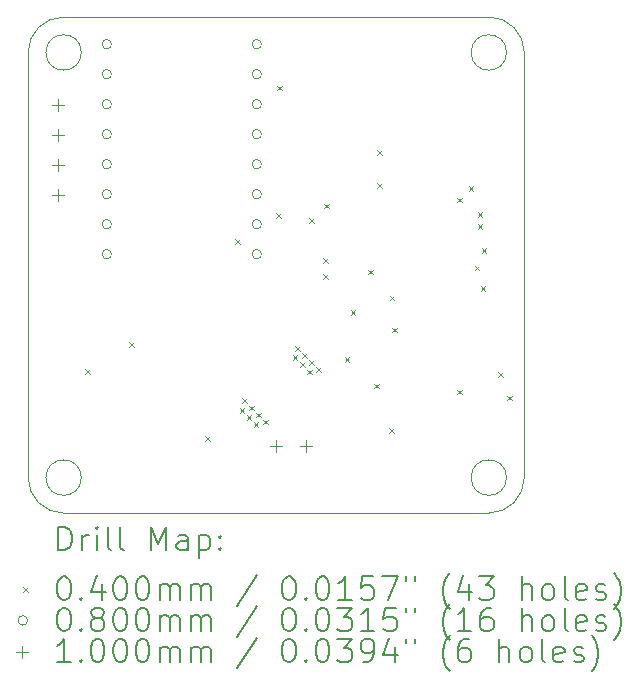
<source format=gbr>
%TF.GenerationSoftware,KiCad,Pcbnew,7.0.6*%
%TF.CreationDate,2023-09-28T21:06:30-04:00*%
%TF.ProjectId,Welder_Knob,57656c64-6572-45f4-9b6e-6f622e6b6963,rev?*%
%TF.SameCoordinates,Original*%
%TF.FileFunction,Drillmap*%
%TF.FilePolarity,Positive*%
%FSLAX45Y45*%
G04 Gerber Fmt 4.5, Leading zero omitted, Abs format (unit mm)*
G04 Created by KiCad (PCBNEW 7.0.6) date 2023-09-28 21:06:30*
%MOMM*%
%LPD*%
G01*
G04 APERTURE LIST*
%ADD10C,0.100000*%
%ADD11C,0.200000*%
%ADD12C,0.040000*%
%ADD13C,0.080000*%
G04 APERTURE END LIST*
D10*
X16200000Y-6300000D02*
G75*
G03*
X15900000Y-6000000I-300000J0D01*
G01*
X12450000Y-6300000D02*
G75*
G03*
X12450000Y-6300000I-150000J0D01*
G01*
X16050000Y-9900000D02*
G75*
G03*
X16050000Y-9900000I-150000J0D01*
G01*
X12000000Y-6300000D02*
X12000000Y-9900000D01*
X12300000Y-6000000D02*
G75*
G03*
X12000000Y-6300000I0J-300000D01*
G01*
X15900000Y-10200000D02*
G75*
G03*
X16200000Y-9900000I0J300000D01*
G01*
X16200000Y-9900000D02*
X16200000Y-6300000D01*
X12300000Y-10200000D02*
X15900000Y-10200000D01*
X12450000Y-9900000D02*
G75*
G03*
X12450000Y-9900000I-150000J0D01*
G01*
X16050000Y-6300000D02*
G75*
G03*
X16050000Y-6300000I-150000J0D01*
G01*
X15900000Y-6000000D02*
X12300000Y-6000000D01*
X12000000Y-9900000D02*
G75*
G03*
X12300000Y-10200000I300000J0D01*
G01*
D11*
D12*
X12480000Y-8980000D02*
X12520000Y-9020000D01*
X12520000Y-8980000D02*
X12480000Y-9020000D01*
X12855000Y-8755000D02*
X12895000Y-8795000D01*
X12895000Y-8755000D02*
X12855000Y-8795000D01*
X13500000Y-9550000D02*
X13540000Y-9590000D01*
X13540000Y-9550000D02*
X13500000Y-9590000D01*
X13755000Y-7880000D02*
X13795000Y-7920000D01*
X13795000Y-7880000D02*
X13755000Y-7920000D01*
X13790000Y-9310000D02*
X13830000Y-9350000D01*
X13830000Y-9310000D02*
X13790000Y-9350000D01*
X13810000Y-9230000D02*
X13850000Y-9270000D01*
X13850000Y-9230000D02*
X13810000Y-9270000D01*
X13850000Y-9370000D02*
X13890000Y-9410000D01*
X13890000Y-9370000D02*
X13850000Y-9410000D01*
X13870000Y-9290000D02*
X13910000Y-9330000D01*
X13910000Y-9290000D02*
X13870000Y-9330000D01*
X13910000Y-9430000D02*
X13950000Y-9470000D01*
X13950000Y-9430000D02*
X13910000Y-9470000D01*
X13930000Y-9350000D02*
X13970000Y-9390000D01*
X13970000Y-9350000D02*
X13930000Y-9390000D01*
X13990000Y-9410000D02*
X14030000Y-9450000D01*
X14030000Y-9410000D02*
X13990000Y-9450000D01*
X14098372Y-7659448D02*
X14138372Y-7699448D01*
X14138372Y-7659448D02*
X14098372Y-7699448D01*
X14105000Y-6580000D02*
X14145000Y-6620000D01*
X14145000Y-6580000D02*
X14105000Y-6620000D01*
X14240000Y-8865000D02*
X14280000Y-8905000D01*
X14280000Y-8865000D02*
X14240000Y-8905000D01*
X14260000Y-8785000D02*
X14300000Y-8825000D01*
X14300000Y-8785000D02*
X14260000Y-8825000D01*
X14300000Y-8925000D02*
X14340000Y-8965000D01*
X14340000Y-8925000D02*
X14300000Y-8965000D01*
X14320000Y-8845000D02*
X14360000Y-8885000D01*
X14360000Y-8845000D02*
X14320000Y-8885000D01*
X14360000Y-8985000D02*
X14400000Y-9025000D01*
X14400000Y-8985000D02*
X14360000Y-9025000D01*
X14380000Y-7705000D02*
X14420000Y-7745000D01*
X14420000Y-7705000D02*
X14380000Y-7745000D01*
X14380000Y-8905000D02*
X14420000Y-8945000D01*
X14420000Y-8905000D02*
X14380000Y-8945000D01*
X14440000Y-8965000D02*
X14480000Y-9005000D01*
X14480000Y-8965000D02*
X14440000Y-9005000D01*
X14500000Y-8040000D02*
X14540000Y-8080000D01*
X14540000Y-8040000D02*
X14500000Y-8080000D01*
X14500000Y-8180000D02*
X14540000Y-8220000D01*
X14540000Y-8180000D02*
X14500000Y-8220000D01*
X14505000Y-7580000D02*
X14545000Y-7620000D01*
X14545000Y-7580000D02*
X14505000Y-7620000D01*
X14680000Y-8880000D02*
X14720000Y-8920000D01*
X14720000Y-8880000D02*
X14680000Y-8920000D01*
X14730000Y-8480000D02*
X14770000Y-8520000D01*
X14770000Y-8480000D02*
X14730000Y-8520000D01*
X14880000Y-8140000D02*
X14920000Y-8180000D01*
X14920000Y-8140000D02*
X14880000Y-8180000D01*
X14930000Y-9105000D02*
X14970000Y-9145000D01*
X14970000Y-9105000D02*
X14930000Y-9145000D01*
X14955000Y-7130000D02*
X14995000Y-7170000D01*
X14995000Y-7130000D02*
X14955000Y-7170000D01*
X14955000Y-7405000D02*
X14995000Y-7445000D01*
X14995000Y-7405000D02*
X14955000Y-7445000D01*
X15055000Y-9480000D02*
X15095000Y-9520000D01*
X15095000Y-9480000D02*
X15055000Y-9520000D01*
X15060000Y-8360000D02*
X15100000Y-8400000D01*
X15100000Y-8360000D02*
X15060000Y-8400000D01*
X15080000Y-8630000D02*
X15120000Y-8670000D01*
X15120000Y-8630000D02*
X15080000Y-8670000D01*
X15630000Y-7530000D02*
X15670000Y-7570000D01*
X15670000Y-7530000D02*
X15630000Y-7570000D01*
X15630000Y-9155000D02*
X15670000Y-9195000D01*
X15670000Y-9155000D02*
X15630000Y-9195000D01*
X15730000Y-7430000D02*
X15770000Y-7470000D01*
X15770000Y-7430000D02*
X15730000Y-7470000D01*
X15780000Y-8105000D02*
X15820000Y-8145000D01*
X15820000Y-8105000D02*
X15780000Y-8145000D01*
X15805000Y-7655000D02*
X15845000Y-7695000D01*
X15845000Y-7655000D02*
X15805000Y-7695000D01*
X15805000Y-7755000D02*
X15845000Y-7795000D01*
X15845000Y-7755000D02*
X15805000Y-7795000D01*
X15830000Y-8280000D02*
X15870000Y-8320000D01*
X15870000Y-8280000D02*
X15830000Y-8320000D01*
X15840000Y-7960000D02*
X15880000Y-8000000D01*
X15880000Y-7960000D02*
X15840000Y-8000000D01*
X15980000Y-9005000D02*
X16020000Y-9045000D01*
X16020000Y-9005000D02*
X15980000Y-9045000D01*
X16055000Y-9205000D02*
X16095000Y-9245000D01*
X16095000Y-9205000D02*
X16055000Y-9245000D01*
D13*
X12706000Y-6230000D02*
G75*
G03*
X12706000Y-6230000I-40000J0D01*
G01*
X12706000Y-6484000D02*
G75*
G03*
X12706000Y-6484000I-40000J0D01*
G01*
X12706000Y-6738000D02*
G75*
G03*
X12706000Y-6738000I-40000J0D01*
G01*
X12706000Y-6992000D02*
G75*
G03*
X12706000Y-6992000I-40000J0D01*
G01*
X12706000Y-7246000D02*
G75*
G03*
X12706000Y-7246000I-40000J0D01*
G01*
X12706000Y-7500000D02*
G75*
G03*
X12706000Y-7500000I-40000J0D01*
G01*
X12706000Y-7754000D02*
G75*
G03*
X12706000Y-7754000I-40000J0D01*
G01*
X12706000Y-8008000D02*
G75*
G03*
X12706000Y-8008000I-40000J0D01*
G01*
X13976000Y-6230000D02*
G75*
G03*
X13976000Y-6230000I-40000J0D01*
G01*
X13976000Y-6484000D02*
G75*
G03*
X13976000Y-6484000I-40000J0D01*
G01*
X13976000Y-6738000D02*
G75*
G03*
X13976000Y-6738000I-40000J0D01*
G01*
X13976000Y-6992000D02*
G75*
G03*
X13976000Y-6992000I-40000J0D01*
G01*
X13976000Y-7246000D02*
G75*
G03*
X13976000Y-7246000I-40000J0D01*
G01*
X13976000Y-7500000D02*
G75*
G03*
X13976000Y-7500000I-40000J0D01*
G01*
X13976000Y-7754000D02*
G75*
G03*
X13976000Y-7754000I-40000J0D01*
G01*
X13976000Y-8008000D02*
G75*
G03*
X13976000Y-8008000I-40000J0D01*
G01*
D10*
X12250000Y-6696000D02*
X12250000Y-6796000D01*
X12200000Y-6746000D02*
X12300000Y-6746000D01*
X12250000Y-6950000D02*
X12250000Y-7050000D01*
X12200000Y-7000000D02*
X12300000Y-7000000D01*
X12250000Y-7204000D02*
X12250000Y-7304000D01*
X12200000Y-7254000D02*
X12300000Y-7254000D01*
X12250000Y-7458000D02*
X12250000Y-7558000D01*
X12200000Y-7508000D02*
X12300000Y-7508000D01*
X14095000Y-9582500D02*
X14095000Y-9682500D01*
X14045000Y-9632500D02*
X14145000Y-9632500D01*
X14349000Y-9582500D02*
X14349000Y-9682500D01*
X14299000Y-9632500D02*
X14399000Y-9632500D01*
D11*
X12255777Y-10516484D02*
X12255777Y-10316484D01*
X12255777Y-10316484D02*
X12303396Y-10316484D01*
X12303396Y-10316484D02*
X12331967Y-10326008D01*
X12331967Y-10326008D02*
X12351015Y-10345055D01*
X12351015Y-10345055D02*
X12360539Y-10364103D01*
X12360539Y-10364103D02*
X12370062Y-10402198D01*
X12370062Y-10402198D02*
X12370062Y-10430770D01*
X12370062Y-10430770D02*
X12360539Y-10468865D01*
X12360539Y-10468865D02*
X12351015Y-10487912D01*
X12351015Y-10487912D02*
X12331967Y-10506960D01*
X12331967Y-10506960D02*
X12303396Y-10516484D01*
X12303396Y-10516484D02*
X12255777Y-10516484D01*
X12455777Y-10516484D02*
X12455777Y-10383150D01*
X12455777Y-10421246D02*
X12465301Y-10402198D01*
X12465301Y-10402198D02*
X12474824Y-10392674D01*
X12474824Y-10392674D02*
X12493872Y-10383150D01*
X12493872Y-10383150D02*
X12512920Y-10383150D01*
X12579586Y-10516484D02*
X12579586Y-10383150D01*
X12579586Y-10316484D02*
X12570062Y-10326008D01*
X12570062Y-10326008D02*
X12579586Y-10335531D01*
X12579586Y-10335531D02*
X12589110Y-10326008D01*
X12589110Y-10326008D02*
X12579586Y-10316484D01*
X12579586Y-10316484D02*
X12579586Y-10335531D01*
X12703396Y-10516484D02*
X12684348Y-10506960D01*
X12684348Y-10506960D02*
X12674824Y-10487912D01*
X12674824Y-10487912D02*
X12674824Y-10316484D01*
X12808158Y-10516484D02*
X12789110Y-10506960D01*
X12789110Y-10506960D02*
X12779586Y-10487912D01*
X12779586Y-10487912D02*
X12779586Y-10316484D01*
X13036729Y-10516484D02*
X13036729Y-10316484D01*
X13036729Y-10316484D02*
X13103396Y-10459341D01*
X13103396Y-10459341D02*
X13170062Y-10316484D01*
X13170062Y-10316484D02*
X13170062Y-10516484D01*
X13351015Y-10516484D02*
X13351015Y-10411722D01*
X13351015Y-10411722D02*
X13341491Y-10392674D01*
X13341491Y-10392674D02*
X13322443Y-10383150D01*
X13322443Y-10383150D02*
X13284348Y-10383150D01*
X13284348Y-10383150D02*
X13265301Y-10392674D01*
X13351015Y-10506960D02*
X13331967Y-10516484D01*
X13331967Y-10516484D02*
X13284348Y-10516484D01*
X13284348Y-10516484D02*
X13265301Y-10506960D01*
X13265301Y-10506960D02*
X13255777Y-10487912D01*
X13255777Y-10487912D02*
X13255777Y-10468865D01*
X13255777Y-10468865D02*
X13265301Y-10449817D01*
X13265301Y-10449817D02*
X13284348Y-10440293D01*
X13284348Y-10440293D02*
X13331967Y-10440293D01*
X13331967Y-10440293D02*
X13351015Y-10430770D01*
X13446253Y-10383150D02*
X13446253Y-10583150D01*
X13446253Y-10392674D02*
X13465301Y-10383150D01*
X13465301Y-10383150D02*
X13503396Y-10383150D01*
X13503396Y-10383150D02*
X13522443Y-10392674D01*
X13522443Y-10392674D02*
X13531967Y-10402198D01*
X13531967Y-10402198D02*
X13541491Y-10421246D01*
X13541491Y-10421246D02*
X13541491Y-10478389D01*
X13541491Y-10478389D02*
X13531967Y-10497436D01*
X13531967Y-10497436D02*
X13522443Y-10506960D01*
X13522443Y-10506960D02*
X13503396Y-10516484D01*
X13503396Y-10516484D02*
X13465301Y-10516484D01*
X13465301Y-10516484D02*
X13446253Y-10506960D01*
X13627205Y-10497436D02*
X13636729Y-10506960D01*
X13636729Y-10506960D02*
X13627205Y-10516484D01*
X13627205Y-10516484D02*
X13617682Y-10506960D01*
X13617682Y-10506960D02*
X13627205Y-10497436D01*
X13627205Y-10497436D02*
X13627205Y-10516484D01*
X13627205Y-10392674D02*
X13636729Y-10402198D01*
X13636729Y-10402198D02*
X13627205Y-10411722D01*
X13627205Y-10411722D02*
X13617682Y-10402198D01*
X13617682Y-10402198D02*
X13627205Y-10392674D01*
X13627205Y-10392674D02*
X13627205Y-10411722D01*
D12*
X11955000Y-10825000D02*
X11995000Y-10865000D01*
X11995000Y-10825000D02*
X11955000Y-10865000D01*
D11*
X12293872Y-10736484D02*
X12312920Y-10736484D01*
X12312920Y-10736484D02*
X12331967Y-10746008D01*
X12331967Y-10746008D02*
X12341491Y-10755531D01*
X12341491Y-10755531D02*
X12351015Y-10774579D01*
X12351015Y-10774579D02*
X12360539Y-10812674D01*
X12360539Y-10812674D02*
X12360539Y-10860293D01*
X12360539Y-10860293D02*
X12351015Y-10898389D01*
X12351015Y-10898389D02*
X12341491Y-10917436D01*
X12341491Y-10917436D02*
X12331967Y-10926960D01*
X12331967Y-10926960D02*
X12312920Y-10936484D01*
X12312920Y-10936484D02*
X12293872Y-10936484D01*
X12293872Y-10936484D02*
X12274824Y-10926960D01*
X12274824Y-10926960D02*
X12265301Y-10917436D01*
X12265301Y-10917436D02*
X12255777Y-10898389D01*
X12255777Y-10898389D02*
X12246253Y-10860293D01*
X12246253Y-10860293D02*
X12246253Y-10812674D01*
X12246253Y-10812674D02*
X12255777Y-10774579D01*
X12255777Y-10774579D02*
X12265301Y-10755531D01*
X12265301Y-10755531D02*
X12274824Y-10746008D01*
X12274824Y-10746008D02*
X12293872Y-10736484D01*
X12446253Y-10917436D02*
X12455777Y-10926960D01*
X12455777Y-10926960D02*
X12446253Y-10936484D01*
X12446253Y-10936484D02*
X12436729Y-10926960D01*
X12436729Y-10926960D02*
X12446253Y-10917436D01*
X12446253Y-10917436D02*
X12446253Y-10936484D01*
X12627205Y-10803150D02*
X12627205Y-10936484D01*
X12579586Y-10726960D02*
X12531967Y-10869817D01*
X12531967Y-10869817D02*
X12655777Y-10869817D01*
X12770062Y-10736484D02*
X12789110Y-10736484D01*
X12789110Y-10736484D02*
X12808158Y-10746008D01*
X12808158Y-10746008D02*
X12817682Y-10755531D01*
X12817682Y-10755531D02*
X12827205Y-10774579D01*
X12827205Y-10774579D02*
X12836729Y-10812674D01*
X12836729Y-10812674D02*
X12836729Y-10860293D01*
X12836729Y-10860293D02*
X12827205Y-10898389D01*
X12827205Y-10898389D02*
X12817682Y-10917436D01*
X12817682Y-10917436D02*
X12808158Y-10926960D01*
X12808158Y-10926960D02*
X12789110Y-10936484D01*
X12789110Y-10936484D02*
X12770062Y-10936484D01*
X12770062Y-10936484D02*
X12751015Y-10926960D01*
X12751015Y-10926960D02*
X12741491Y-10917436D01*
X12741491Y-10917436D02*
X12731967Y-10898389D01*
X12731967Y-10898389D02*
X12722443Y-10860293D01*
X12722443Y-10860293D02*
X12722443Y-10812674D01*
X12722443Y-10812674D02*
X12731967Y-10774579D01*
X12731967Y-10774579D02*
X12741491Y-10755531D01*
X12741491Y-10755531D02*
X12751015Y-10746008D01*
X12751015Y-10746008D02*
X12770062Y-10736484D01*
X12960539Y-10736484D02*
X12979586Y-10736484D01*
X12979586Y-10736484D02*
X12998634Y-10746008D01*
X12998634Y-10746008D02*
X13008158Y-10755531D01*
X13008158Y-10755531D02*
X13017682Y-10774579D01*
X13017682Y-10774579D02*
X13027205Y-10812674D01*
X13027205Y-10812674D02*
X13027205Y-10860293D01*
X13027205Y-10860293D02*
X13017682Y-10898389D01*
X13017682Y-10898389D02*
X13008158Y-10917436D01*
X13008158Y-10917436D02*
X12998634Y-10926960D01*
X12998634Y-10926960D02*
X12979586Y-10936484D01*
X12979586Y-10936484D02*
X12960539Y-10936484D01*
X12960539Y-10936484D02*
X12941491Y-10926960D01*
X12941491Y-10926960D02*
X12931967Y-10917436D01*
X12931967Y-10917436D02*
X12922443Y-10898389D01*
X12922443Y-10898389D02*
X12912920Y-10860293D01*
X12912920Y-10860293D02*
X12912920Y-10812674D01*
X12912920Y-10812674D02*
X12922443Y-10774579D01*
X12922443Y-10774579D02*
X12931967Y-10755531D01*
X12931967Y-10755531D02*
X12941491Y-10746008D01*
X12941491Y-10746008D02*
X12960539Y-10736484D01*
X13112920Y-10936484D02*
X13112920Y-10803150D01*
X13112920Y-10822198D02*
X13122443Y-10812674D01*
X13122443Y-10812674D02*
X13141491Y-10803150D01*
X13141491Y-10803150D02*
X13170063Y-10803150D01*
X13170063Y-10803150D02*
X13189110Y-10812674D01*
X13189110Y-10812674D02*
X13198634Y-10831722D01*
X13198634Y-10831722D02*
X13198634Y-10936484D01*
X13198634Y-10831722D02*
X13208158Y-10812674D01*
X13208158Y-10812674D02*
X13227205Y-10803150D01*
X13227205Y-10803150D02*
X13255777Y-10803150D01*
X13255777Y-10803150D02*
X13274824Y-10812674D01*
X13274824Y-10812674D02*
X13284348Y-10831722D01*
X13284348Y-10831722D02*
X13284348Y-10936484D01*
X13379586Y-10936484D02*
X13379586Y-10803150D01*
X13379586Y-10822198D02*
X13389110Y-10812674D01*
X13389110Y-10812674D02*
X13408158Y-10803150D01*
X13408158Y-10803150D02*
X13436729Y-10803150D01*
X13436729Y-10803150D02*
X13455777Y-10812674D01*
X13455777Y-10812674D02*
X13465301Y-10831722D01*
X13465301Y-10831722D02*
X13465301Y-10936484D01*
X13465301Y-10831722D02*
X13474824Y-10812674D01*
X13474824Y-10812674D02*
X13493872Y-10803150D01*
X13493872Y-10803150D02*
X13522443Y-10803150D01*
X13522443Y-10803150D02*
X13541491Y-10812674D01*
X13541491Y-10812674D02*
X13551015Y-10831722D01*
X13551015Y-10831722D02*
X13551015Y-10936484D01*
X13941491Y-10726960D02*
X13770063Y-10984103D01*
X14198634Y-10736484D02*
X14217682Y-10736484D01*
X14217682Y-10736484D02*
X14236729Y-10746008D01*
X14236729Y-10746008D02*
X14246253Y-10755531D01*
X14246253Y-10755531D02*
X14255777Y-10774579D01*
X14255777Y-10774579D02*
X14265301Y-10812674D01*
X14265301Y-10812674D02*
X14265301Y-10860293D01*
X14265301Y-10860293D02*
X14255777Y-10898389D01*
X14255777Y-10898389D02*
X14246253Y-10917436D01*
X14246253Y-10917436D02*
X14236729Y-10926960D01*
X14236729Y-10926960D02*
X14217682Y-10936484D01*
X14217682Y-10936484D02*
X14198634Y-10936484D01*
X14198634Y-10936484D02*
X14179586Y-10926960D01*
X14179586Y-10926960D02*
X14170063Y-10917436D01*
X14170063Y-10917436D02*
X14160539Y-10898389D01*
X14160539Y-10898389D02*
X14151015Y-10860293D01*
X14151015Y-10860293D02*
X14151015Y-10812674D01*
X14151015Y-10812674D02*
X14160539Y-10774579D01*
X14160539Y-10774579D02*
X14170063Y-10755531D01*
X14170063Y-10755531D02*
X14179586Y-10746008D01*
X14179586Y-10746008D02*
X14198634Y-10736484D01*
X14351015Y-10917436D02*
X14360539Y-10926960D01*
X14360539Y-10926960D02*
X14351015Y-10936484D01*
X14351015Y-10936484D02*
X14341491Y-10926960D01*
X14341491Y-10926960D02*
X14351015Y-10917436D01*
X14351015Y-10917436D02*
X14351015Y-10936484D01*
X14484348Y-10736484D02*
X14503396Y-10736484D01*
X14503396Y-10736484D02*
X14522444Y-10746008D01*
X14522444Y-10746008D02*
X14531967Y-10755531D01*
X14531967Y-10755531D02*
X14541491Y-10774579D01*
X14541491Y-10774579D02*
X14551015Y-10812674D01*
X14551015Y-10812674D02*
X14551015Y-10860293D01*
X14551015Y-10860293D02*
X14541491Y-10898389D01*
X14541491Y-10898389D02*
X14531967Y-10917436D01*
X14531967Y-10917436D02*
X14522444Y-10926960D01*
X14522444Y-10926960D02*
X14503396Y-10936484D01*
X14503396Y-10936484D02*
X14484348Y-10936484D01*
X14484348Y-10936484D02*
X14465301Y-10926960D01*
X14465301Y-10926960D02*
X14455777Y-10917436D01*
X14455777Y-10917436D02*
X14446253Y-10898389D01*
X14446253Y-10898389D02*
X14436729Y-10860293D01*
X14436729Y-10860293D02*
X14436729Y-10812674D01*
X14436729Y-10812674D02*
X14446253Y-10774579D01*
X14446253Y-10774579D02*
X14455777Y-10755531D01*
X14455777Y-10755531D02*
X14465301Y-10746008D01*
X14465301Y-10746008D02*
X14484348Y-10736484D01*
X14741491Y-10936484D02*
X14627206Y-10936484D01*
X14684348Y-10936484D02*
X14684348Y-10736484D01*
X14684348Y-10736484D02*
X14665301Y-10765055D01*
X14665301Y-10765055D02*
X14646253Y-10784103D01*
X14646253Y-10784103D02*
X14627206Y-10793627D01*
X14922444Y-10736484D02*
X14827206Y-10736484D01*
X14827206Y-10736484D02*
X14817682Y-10831722D01*
X14817682Y-10831722D02*
X14827206Y-10822198D01*
X14827206Y-10822198D02*
X14846253Y-10812674D01*
X14846253Y-10812674D02*
X14893872Y-10812674D01*
X14893872Y-10812674D02*
X14912920Y-10822198D01*
X14912920Y-10822198D02*
X14922444Y-10831722D01*
X14922444Y-10831722D02*
X14931967Y-10850770D01*
X14931967Y-10850770D02*
X14931967Y-10898389D01*
X14931967Y-10898389D02*
X14922444Y-10917436D01*
X14922444Y-10917436D02*
X14912920Y-10926960D01*
X14912920Y-10926960D02*
X14893872Y-10936484D01*
X14893872Y-10936484D02*
X14846253Y-10936484D01*
X14846253Y-10936484D02*
X14827206Y-10926960D01*
X14827206Y-10926960D02*
X14817682Y-10917436D01*
X14998634Y-10736484D02*
X15131967Y-10736484D01*
X15131967Y-10736484D02*
X15046253Y-10936484D01*
X15198634Y-10736484D02*
X15198634Y-10774579D01*
X15274825Y-10736484D02*
X15274825Y-10774579D01*
X15570063Y-11012674D02*
X15560539Y-11003150D01*
X15560539Y-11003150D02*
X15541491Y-10974579D01*
X15541491Y-10974579D02*
X15531968Y-10955531D01*
X15531968Y-10955531D02*
X15522444Y-10926960D01*
X15522444Y-10926960D02*
X15512920Y-10879341D01*
X15512920Y-10879341D02*
X15512920Y-10841246D01*
X15512920Y-10841246D02*
X15522444Y-10793627D01*
X15522444Y-10793627D02*
X15531968Y-10765055D01*
X15531968Y-10765055D02*
X15541491Y-10746008D01*
X15541491Y-10746008D02*
X15560539Y-10717436D01*
X15560539Y-10717436D02*
X15570063Y-10707912D01*
X15731968Y-10803150D02*
X15731968Y-10936484D01*
X15684348Y-10726960D02*
X15636729Y-10869817D01*
X15636729Y-10869817D02*
X15760539Y-10869817D01*
X15817682Y-10736484D02*
X15941491Y-10736484D01*
X15941491Y-10736484D02*
X15874825Y-10812674D01*
X15874825Y-10812674D02*
X15903396Y-10812674D01*
X15903396Y-10812674D02*
X15922444Y-10822198D01*
X15922444Y-10822198D02*
X15931968Y-10831722D01*
X15931968Y-10831722D02*
X15941491Y-10850770D01*
X15941491Y-10850770D02*
X15941491Y-10898389D01*
X15941491Y-10898389D02*
X15931968Y-10917436D01*
X15931968Y-10917436D02*
X15922444Y-10926960D01*
X15922444Y-10926960D02*
X15903396Y-10936484D01*
X15903396Y-10936484D02*
X15846253Y-10936484D01*
X15846253Y-10936484D02*
X15827206Y-10926960D01*
X15827206Y-10926960D02*
X15817682Y-10917436D01*
X16179587Y-10936484D02*
X16179587Y-10736484D01*
X16265301Y-10936484D02*
X16265301Y-10831722D01*
X16265301Y-10831722D02*
X16255777Y-10812674D01*
X16255777Y-10812674D02*
X16236730Y-10803150D01*
X16236730Y-10803150D02*
X16208158Y-10803150D01*
X16208158Y-10803150D02*
X16189110Y-10812674D01*
X16189110Y-10812674D02*
X16179587Y-10822198D01*
X16389110Y-10936484D02*
X16370063Y-10926960D01*
X16370063Y-10926960D02*
X16360539Y-10917436D01*
X16360539Y-10917436D02*
X16351015Y-10898389D01*
X16351015Y-10898389D02*
X16351015Y-10841246D01*
X16351015Y-10841246D02*
X16360539Y-10822198D01*
X16360539Y-10822198D02*
X16370063Y-10812674D01*
X16370063Y-10812674D02*
X16389110Y-10803150D01*
X16389110Y-10803150D02*
X16417682Y-10803150D01*
X16417682Y-10803150D02*
X16436730Y-10812674D01*
X16436730Y-10812674D02*
X16446253Y-10822198D01*
X16446253Y-10822198D02*
X16455777Y-10841246D01*
X16455777Y-10841246D02*
X16455777Y-10898389D01*
X16455777Y-10898389D02*
X16446253Y-10917436D01*
X16446253Y-10917436D02*
X16436730Y-10926960D01*
X16436730Y-10926960D02*
X16417682Y-10936484D01*
X16417682Y-10936484D02*
X16389110Y-10936484D01*
X16570063Y-10936484D02*
X16551015Y-10926960D01*
X16551015Y-10926960D02*
X16541491Y-10907912D01*
X16541491Y-10907912D02*
X16541491Y-10736484D01*
X16722444Y-10926960D02*
X16703396Y-10936484D01*
X16703396Y-10936484D02*
X16665301Y-10936484D01*
X16665301Y-10936484D02*
X16646253Y-10926960D01*
X16646253Y-10926960D02*
X16636730Y-10907912D01*
X16636730Y-10907912D02*
X16636730Y-10831722D01*
X16636730Y-10831722D02*
X16646253Y-10812674D01*
X16646253Y-10812674D02*
X16665301Y-10803150D01*
X16665301Y-10803150D02*
X16703396Y-10803150D01*
X16703396Y-10803150D02*
X16722444Y-10812674D01*
X16722444Y-10812674D02*
X16731968Y-10831722D01*
X16731968Y-10831722D02*
X16731968Y-10850770D01*
X16731968Y-10850770D02*
X16636730Y-10869817D01*
X16808158Y-10926960D02*
X16827206Y-10936484D01*
X16827206Y-10936484D02*
X16865301Y-10936484D01*
X16865301Y-10936484D02*
X16884349Y-10926960D01*
X16884349Y-10926960D02*
X16893873Y-10907912D01*
X16893873Y-10907912D02*
X16893873Y-10898389D01*
X16893873Y-10898389D02*
X16884349Y-10879341D01*
X16884349Y-10879341D02*
X16865301Y-10869817D01*
X16865301Y-10869817D02*
X16836730Y-10869817D01*
X16836730Y-10869817D02*
X16817682Y-10860293D01*
X16817682Y-10860293D02*
X16808158Y-10841246D01*
X16808158Y-10841246D02*
X16808158Y-10831722D01*
X16808158Y-10831722D02*
X16817682Y-10812674D01*
X16817682Y-10812674D02*
X16836730Y-10803150D01*
X16836730Y-10803150D02*
X16865301Y-10803150D01*
X16865301Y-10803150D02*
X16884349Y-10812674D01*
X16960539Y-11012674D02*
X16970063Y-11003150D01*
X16970063Y-11003150D02*
X16989111Y-10974579D01*
X16989111Y-10974579D02*
X16998634Y-10955531D01*
X16998634Y-10955531D02*
X17008158Y-10926960D01*
X17008158Y-10926960D02*
X17017682Y-10879341D01*
X17017682Y-10879341D02*
X17017682Y-10841246D01*
X17017682Y-10841246D02*
X17008158Y-10793627D01*
X17008158Y-10793627D02*
X16998634Y-10765055D01*
X16998634Y-10765055D02*
X16989111Y-10746008D01*
X16989111Y-10746008D02*
X16970063Y-10717436D01*
X16970063Y-10717436D02*
X16960539Y-10707912D01*
D13*
X11995000Y-11109000D02*
G75*
G03*
X11995000Y-11109000I-40000J0D01*
G01*
D11*
X12293872Y-11000484D02*
X12312920Y-11000484D01*
X12312920Y-11000484D02*
X12331967Y-11010008D01*
X12331967Y-11010008D02*
X12341491Y-11019531D01*
X12341491Y-11019531D02*
X12351015Y-11038579D01*
X12351015Y-11038579D02*
X12360539Y-11076674D01*
X12360539Y-11076674D02*
X12360539Y-11124293D01*
X12360539Y-11124293D02*
X12351015Y-11162389D01*
X12351015Y-11162389D02*
X12341491Y-11181436D01*
X12341491Y-11181436D02*
X12331967Y-11190960D01*
X12331967Y-11190960D02*
X12312920Y-11200484D01*
X12312920Y-11200484D02*
X12293872Y-11200484D01*
X12293872Y-11200484D02*
X12274824Y-11190960D01*
X12274824Y-11190960D02*
X12265301Y-11181436D01*
X12265301Y-11181436D02*
X12255777Y-11162389D01*
X12255777Y-11162389D02*
X12246253Y-11124293D01*
X12246253Y-11124293D02*
X12246253Y-11076674D01*
X12246253Y-11076674D02*
X12255777Y-11038579D01*
X12255777Y-11038579D02*
X12265301Y-11019531D01*
X12265301Y-11019531D02*
X12274824Y-11010008D01*
X12274824Y-11010008D02*
X12293872Y-11000484D01*
X12446253Y-11181436D02*
X12455777Y-11190960D01*
X12455777Y-11190960D02*
X12446253Y-11200484D01*
X12446253Y-11200484D02*
X12436729Y-11190960D01*
X12436729Y-11190960D02*
X12446253Y-11181436D01*
X12446253Y-11181436D02*
X12446253Y-11200484D01*
X12570062Y-11086198D02*
X12551015Y-11076674D01*
X12551015Y-11076674D02*
X12541491Y-11067150D01*
X12541491Y-11067150D02*
X12531967Y-11048103D01*
X12531967Y-11048103D02*
X12531967Y-11038579D01*
X12531967Y-11038579D02*
X12541491Y-11019531D01*
X12541491Y-11019531D02*
X12551015Y-11010008D01*
X12551015Y-11010008D02*
X12570062Y-11000484D01*
X12570062Y-11000484D02*
X12608158Y-11000484D01*
X12608158Y-11000484D02*
X12627205Y-11010008D01*
X12627205Y-11010008D02*
X12636729Y-11019531D01*
X12636729Y-11019531D02*
X12646253Y-11038579D01*
X12646253Y-11038579D02*
X12646253Y-11048103D01*
X12646253Y-11048103D02*
X12636729Y-11067150D01*
X12636729Y-11067150D02*
X12627205Y-11076674D01*
X12627205Y-11076674D02*
X12608158Y-11086198D01*
X12608158Y-11086198D02*
X12570062Y-11086198D01*
X12570062Y-11086198D02*
X12551015Y-11095722D01*
X12551015Y-11095722D02*
X12541491Y-11105246D01*
X12541491Y-11105246D02*
X12531967Y-11124293D01*
X12531967Y-11124293D02*
X12531967Y-11162389D01*
X12531967Y-11162389D02*
X12541491Y-11181436D01*
X12541491Y-11181436D02*
X12551015Y-11190960D01*
X12551015Y-11190960D02*
X12570062Y-11200484D01*
X12570062Y-11200484D02*
X12608158Y-11200484D01*
X12608158Y-11200484D02*
X12627205Y-11190960D01*
X12627205Y-11190960D02*
X12636729Y-11181436D01*
X12636729Y-11181436D02*
X12646253Y-11162389D01*
X12646253Y-11162389D02*
X12646253Y-11124293D01*
X12646253Y-11124293D02*
X12636729Y-11105246D01*
X12636729Y-11105246D02*
X12627205Y-11095722D01*
X12627205Y-11095722D02*
X12608158Y-11086198D01*
X12770062Y-11000484D02*
X12789110Y-11000484D01*
X12789110Y-11000484D02*
X12808158Y-11010008D01*
X12808158Y-11010008D02*
X12817682Y-11019531D01*
X12817682Y-11019531D02*
X12827205Y-11038579D01*
X12827205Y-11038579D02*
X12836729Y-11076674D01*
X12836729Y-11076674D02*
X12836729Y-11124293D01*
X12836729Y-11124293D02*
X12827205Y-11162389D01*
X12827205Y-11162389D02*
X12817682Y-11181436D01*
X12817682Y-11181436D02*
X12808158Y-11190960D01*
X12808158Y-11190960D02*
X12789110Y-11200484D01*
X12789110Y-11200484D02*
X12770062Y-11200484D01*
X12770062Y-11200484D02*
X12751015Y-11190960D01*
X12751015Y-11190960D02*
X12741491Y-11181436D01*
X12741491Y-11181436D02*
X12731967Y-11162389D01*
X12731967Y-11162389D02*
X12722443Y-11124293D01*
X12722443Y-11124293D02*
X12722443Y-11076674D01*
X12722443Y-11076674D02*
X12731967Y-11038579D01*
X12731967Y-11038579D02*
X12741491Y-11019531D01*
X12741491Y-11019531D02*
X12751015Y-11010008D01*
X12751015Y-11010008D02*
X12770062Y-11000484D01*
X12960539Y-11000484D02*
X12979586Y-11000484D01*
X12979586Y-11000484D02*
X12998634Y-11010008D01*
X12998634Y-11010008D02*
X13008158Y-11019531D01*
X13008158Y-11019531D02*
X13017682Y-11038579D01*
X13017682Y-11038579D02*
X13027205Y-11076674D01*
X13027205Y-11076674D02*
X13027205Y-11124293D01*
X13027205Y-11124293D02*
X13017682Y-11162389D01*
X13017682Y-11162389D02*
X13008158Y-11181436D01*
X13008158Y-11181436D02*
X12998634Y-11190960D01*
X12998634Y-11190960D02*
X12979586Y-11200484D01*
X12979586Y-11200484D02*
X12960539Y-11200484D01*
X12960539Y-11200484D02*
X12941491Y-11190960D01*
X12941491Y-11190960D02*
X12931967Y-11181436D01*
X12931967Y-11181436D02*
X12922443Y-11162389D01*
X12922443Y-11162389D02*
X12912920Y-11124293D01*
X12912920Y-11124293D02*
X12912920Y-11076674D01*
X12912920Y-11076674D02*
X12922443Y-11038579D01*
X12922443Y-11038579D02*
X12931967Y-11019531D01*
X12931967Y-11019531D02*
X12941491Y-11010008D01*
X12941491Y-11010008D02*
X12960539Y-11000484D01*
X13112920Y-11200484D02*
X13112920Y-11067150D01*
X13112920Y-11086198D02*
X13122443Y-11076674D01*
X13122443Y-11076674D02*
X13141491Y-11067150D01*
X13141491Y-11067150D02*
X13170063Y-11067150D01*
X13170063Y-11067150D02*
X13189110Y-11076674D01*
X13189110Y-11076674D02*
X13198634Y-11095722D01*
X13198634Y-11095722D02*
X13198634Y-11200484D01*
X13198634Y-11095722D02*
X13208158Y-11076674D01*
X13208158Y-11076674D02*
X13227205Y-11067150D01*
X13227205Y-11067150D02*
X13255777Y-11067150D01*
X13255777Y-11067150D02*
X13274824Y-11076674D01*
X13274824Y-11076674D02*
X13284348Y-11095722D01*
X13284348Y-11095722D02*
X13284348Y-11200484D01*
X13379586Y-11200484D02*
X13379586Y-11067150D01*
X13379586Y-11086198D02*
X13389110Y-11076674D01*
X13389110Y-11076674D02*
X13408158Y-11067150D01*
X13408158Y-11067150D02*
X13436729Y-11067150D01*
X13436729Y-11067150D02*
X13455777Y-11076674D01*
X13455777Y-11076674D02*
X13465301Y-11095722D01*
X13465301Y-11095722D02*
X13465301Y-11200484D01*
X13465301Y-11095722D02*
X13474824Y-11076674D01*
X13474824Y-11076674D02*
X13493872Y-11067150D01*
X13493872Y-11067150D02*
X13522443Y-11067150D01*
X13522443Y-11067150D02*
X13541491Y-11076674D01*
X13541491Y-11076674D02*
X13551015Y-11095722D01*
X13551015Y-11095722D02*
X13551015Y-11200484D01*
X13941491Y-10990960D02*
X13770063Y-11248103D01*
X14198634Y-11000484D02*
X14217682Y-11000484D01*
X14217682Y-11000484D02*
X14236729Y-11010008D01*
X14236729Y-11010008D02*
X14246253Y-11019531D01*
X14246253Y-11019531D02*
X14255777Y-11038579D01*
X14255777Y-11038579D02*
X14265301Y-11076674D01*
X14265301Y-11076674D02*
X14265301Y-11124293D01*
X14265301Y-11124293D02*
X14255777Y-11162389D01*
X14255777Y-11162389D02*
X14246253Y-11181436D01*
X14246253Y-11181436D02*
X14236729Y-11190960D01*
X14236729Y-11190960D02*
X14217682Y-11200484D01*
X14217682Y-11200484D02*
X14198634Y-11200484D01*
X14198634Y-11200484D02*
X14179586Y-11190960D01*
X14179586Y-11190960D02*
X14170063Y-11181436D01*
X14170063Y-11181436D02*
X14160539Y-11162389D01*
X14160539Y-11162389D02*
X14151015Y-11124293D01*
X14151015Y-11124293D02*
X14151015Y-11076674D01*
X14151015Y-11076674D02*
X14160539Y-11038579D01*
X14160539Y-11038579D02*
X14170063Y-11019531D01*
X14170063Y-11019531D02*
X14179586Y-11010008D01*
X14179586Y-11010008D02*
X14198634Y-11000484D01*
X14351015Y-11181436D02*
X14360539Y-11190960D01*
X14360539Y-11190960D02*
X14351015Y-11200484D01*
X14351015Y-11200484D02*
X14341491Y-11190960D01*
X14341491Y-11190960D02*
X14351015Y-11181436D01*
X14351015Y-11181436D02*
X14351015Y-11200484D01*
X14484348Y-11000484D02*
X14503396Y-11000484D01*
X14503396Y-11000484D02*
X14522444Y-11010008D01*
X14522444Y-11010008D02*
X14531967Y-11019531D01*
X14531967Y-11019531D02*
X14541491Y-11038579D01*
X14541491Y-11038579D02*
X14551015Y-11076674D01*
X14551015Y-11076674D02*
X14551015Y-11124293D01*
X14551015Y-11124293D02*
X14541491Y-11162389D01*
X14541491Y-11162389D02*
X14531967Y-11181436D01*
X14531967Y-11181436D02*
X14522444Y-11190960D01*
X14522444Y-11190960D02*
X14503396Y-11200484D01*
X14503396Y-11200484D02*
X14484348Y-11200484D01*
X14484348Y-11200484D02*
X14465301Y-11190960D01*
X14465301Y-11190960D02*
X14455777Y-11181436D01*
X14455777Y-11181436D02*
X14446253Y-11162389D01*
X14446253Y-11162389D02*
X14436729Y-11124293D01*
X14436729Y-11124293D02*
X14436729Y-11076674D01*
X14436729Y-11076674D02*
X14446253Y-11038579D01*
X14446253Y-11038579D02*
X14455777Y-11019531D01*
X14455777Y-11019531D02*
X14465301Y-11010008D01*
X14465301Y-11010008D02*
X14484348Y-11000484D01*
X14617682Y-11000484D02*
X14741491Y-11000484D01*
X14741491Y-11000484D02*
X14674825Y-11076674D01*
X14674825Y-11076674D02*
X14703396Y-11076674D01*
X14703396Y-11076674D02*
X14722444Y-11086198D01*
X14722444Y-11086198D02*
X14731967Y-11095722D01*
X14731967Y-11095722D02*
X14741491Y-11114770D01*
X14741491Y-11114770D02*
X14741491Y-11162389D01*
X14741491Y-11162389D02*
X14731967Y-11181436D01*
X14731967Y-11181436D02*
X14722444Y-11190960D01*
X14722444Y-11190960D02*
X14703396Y-11200484D01*
X14703396Y-11200484D02*
X14646253Y-11200484D01*
X14646253Y-11200484D02*
X14627206Y-11190960D01*
X14627206Y-11190960D02*
X14617682Y-11181436D01*
X14931967Y-11200484D02*
X14817682Y-11200484D01*
X14874825Y-11200484D02*
X14874825Y-11000484D01*
X14874825Y-11000484D02*
X14855777Y-11029055D01*
X14855777Y-11029055D02*
X14836729Y-11048103D01*
X14836729Y-11048103D02*
X14817682Y-11057627D01*
X15112920Y-11000484D02*
X15017682Y-11000484D01*
X15017682Y-11000484D02*
X15008158Y-11095722D01*
X15008158Y-11095722D02*
X15017682Y-11086198D01*
X15017682Y-11086198D02*
X15036729Y-11076674D01*
X15036729Y-11076674D02*
X15084348Y-11076674D01*
X15084348Y-11076674D02*
X15103396Y-11086198D01*
X15103396Y-11086198D02*
X15112920Y-11095722D01*
X15112920Y-11095722D02*
X15122444Y-11114770D01*
X15122444Y-11114770D02*
X15122444Y-11162389D01*
X15122444Y-11162389D02*
X15112920Y-11181436D01*
X15112920Y-11181436D02*
X15103396Y-11190960D01*
X15103396Y-11190960D02*
X15084348Y-11200484D01*
X15084348Y-11200484D02*
X15036729Y-11200484D01*
X15036729Y-11200484D02*
X15017682Y-11190960D01*
X15017682Y-11190960D02*
X15008158Y-11181436D01*
X15198634Y-11000484D02*
X15198634Y-11038579D01*
X15274825Y-11000484D02*
X15274825Y-11038579D01*
X15570063Y-11276674D02*
X15560539Y-11267150D01*
X15560539Y-11267150D02*
X15541491Y-11238579D01*
X15541491Y-11238579D02*
X15531968Y-11219531D01*
X15531968Y-11219531D02*
X15522444Y-11190960D01*
X15522444Y-11190960D02*
X15512920Y-11143341D01*
X15512920Y-11143341D02*
X15512920Y-11105246D01*
X15512920Y-11105246D02*
X15522444Y-11057627D01*
X15522444Y-11057627D02*
X15531968Y-11029055D01*
X15531968Y-11029055D02*
X15541491Y-11010008D01*
X15541491Y-11010008D02*
X15560539Y-10981436D01*
X15560539Y-10981436D02*
X15570063Y-10971912D01*
X15751015Y-11200484D02*
X15636729Y-11200484D01*
X15693872Y-11200484D02*
X15693872Y-11000484D01*
X15693872Y-11000484D02*
X15674825Y-11029055D01*
X15674825Y-11029055D02*
X15655777Y-11048103D01*
X15655777Y-11048103D02*
X15636729Y-11057627D01*
X15922444Y-11000484D02*
X15884348Y-11000484D01*
X15884348Y-11000484D02*
X15865301Y-11010008D01*
X15865301Y-11010008D02*
X15855777Y-11019531D01*
X15855777Y-11019531D02*
X15836729Y-11048103D01*
X15836729Y-11048103D02*
X15827206Y-11086198D01*
X15827206Y-11086198D02*
X15827206Y-11162389D01*
X15827206Y-11162389D02*
X15836729Y-11181436D01*
X15836729Y-11181436D02*
X15846253Y-11190960D01*
X15846253Y-11190960D02*
X15865301Y-11200484D01*
X15865301Y-11200484D02*
X15903396Y-11200484D01*
X15903396Y-11200484D02*
X15922444Y-11190960D01*
X15922444Y-11190960D02*
X15931968Y-11181436D01*
X15931968Y-11181436D02*
X15941491Y-11162389D01*
X15941491Y-11162389D02*
X15941491Y-11114770D01*
X15941491Y-11114770D02*
X15931968Y-11095722D01*
X15931968Y-11095722D02*
X15922444Y-11086198D01*
X15922444Y-11086198D02*
X15903396Y-11076674D01*
X15903396Y-11076674D02*
X15865301Y-11076674D01*
X15865301Y-11076674D02*
X15846253Y-11086198D01*
X15846253Y-11086198D02*
X15836729Y-11095722D01*
X15836729Y-11095722D02*
X15827206Y-11114770D01*
X16179587Y-11200484D02*
X16179587Y-11000484D01*
X16265301Y-11200484D02*
X16265301Y-11095722D01*
X16265301Y-11095722D02*
X16255777Y-11076674D01*
X16255777Y-11076674D02*
X16236730Y-11067150D01*
X16236730Y-11067150D02*
X16208158Y-11067150D01*
X16208158Y-11067150D02*
X16189110Y-11076674D01*
X16189110Y-11076674D02*
X16179587Y-11086198D01*
X16389110Y-11200484D02*
X16370063Y-11190960D01*
X16370063Y-11190960D02*
X16360539Y-11181436D01*
X16360539Y-11181436D02*
X16351015Y-11162389D01*
X16351015Y-11162389D02*
X16351015Y-11105246D01*
X16351015Y-11105246D02*
X16360539Y-11086198D01*
X16360539Y-11086198D02*
X16370063Y-11076674D01*
X16370063Y-11076674D02*
X16389110Y-11067150D01*
X16389110Y-11067150D02*
X16417682Y-11067150D01*
X16417682Y-11067150D02*
X16436730Y-11076674D01*
X16436730Y-11076674D02*
X16446253Y-11086198D01*
X16446253Y-11086198D02*
X16455777Y-11105246D01*
X16455777Y-11105246D02*
X16455777Y-11162389D01*
X16455777Y-11162389D02*
X16446253Y-11181436D01*
X16446253Y-11181436D02*
X16436730Y-11190960D01*
X16436730Y-11190960D02*
X16417682Y-11200484D01*
X16417682Y-11200484D02*
X16389110Y-11200484D01*
X16570063Y-11200484D02*
X16551015Y-11190960D01*
X16551015Y-11190960D02*
X16541491Y-11171912D01*
X16541491Y-11171912D02*
X16541491Y-11000484D01*
X16722444Y-11190960D02*
X16703396Y-11200484D01*
X16703396Y-11200484D02*
X16665301Y-11200484D01*
X16665301Y-11200484D02*
X16646253Y-11190960D01*
X16646253Y-11190960D02*
X16636730Y-11171912D01*
X16636730Y-11171912D02*
X16636730Y-11095722D01*
X16636730Y-11095722D02*
X16646253Y-11076674D01*
X16646253Y-11076674D02*
X16665301Y-11067150D01*
X16665301Y-11067150D02*
X16703396Y-11067150D01*
X16703396Y-11067150D02*
X16722444Y-11076674D01*
X16722444Y-11076674D02*
X16731968Y-11095722D01*
X16731968Y-11095722D02*
X16731968Y-11114770D01*
X16731968Y-11114770D02*
X16636730Y-11133817D01*
X16808158Y-11190960D02*
X16827206Y-11200484D01*
X16827206Y-11200484D02*
X16865301Y-11200484D01*
X16865301Y-11200484D02*
X16884349Y-11190960D01*
X16884349Y-11190960D02*
X16893873Y-11171912D01*
X16893873Y-11171912D02*
X16893873Y-11162389D01*
X16893873Y-11162389D02*
X16884349Y-11143341D01*
X16884349Y-11143341D02*
X16865301Y-11133817D01*
X16865301Y-11133817D02*
X16836730Y-11133817D01*
X16836730Y-11133817D02*
X16817682Y-11124293D01*
X16817682Y-11124293D02*
X16808158Y-11105246D01*
X16808158Y-11105246D02*
X16808158Y-11095722D01*
X16808158Y-11095722D02*
X16817682Y-11076674D01*
X16817682Y-11076674D02*
X16836730Y-11067150D01*
X16836730Y-11067150D02*
X16865301Y-11067150D01*
X16865301Y-11067150D02*
X16884349Y-11076674D01*
X16960539Y-11276674D02*
X16970063Y-11267150D01*
X16970063Y-11267150D02*
X16989111Y-11238579D01*
X16989111Y-11238579D02*
X16998634Y-11219531D01*
X16998634Y-11219531D02*
X17008158Y-11190960D01*
X17008158Y-11190960D02*
X17017682Y-11143341D01*
X17017682Y-11143341D02*
X17017682Y-11105246D01*
X17017682Y-11105246D02*
X17008158Y-11057627D01*
X17008158Y-11057627D02*
X16998634Y-11029055D01*
X16998634Y-11029055D02*
X16989111Y-11010008D01*
X16989111Y-11010008D02*
X16970063Y-10981436D01*
X16970063Y-10981436D02*
X16960539Y-10971912D01*
D10*
X11945000Y-11323000D02*
X11945000Y-11423000D01*
X11895000Y-11373000D02*
X11995000Y-11373000D01*
D11*
X12360539Y-11464484D02*
X12246253Y-11464484D01*
X12303396Y-11464484D02*
X12303396Y-11264484D01*
X12303396Y-11264484D02*
X12284348Y-11293055D01*
X12284348Y-11293055D02*
X12265301Y-11312103D01*
X12265301Y-11312103D02*
X12246253Y-11321627D01*
X12446253Y-11445436D02*
X12455777Y-11454960D01*
X12455777Y-11454960D02*
X12446253Y-11464484D01*
X12446253Y-11464484D02*
X12436729Y-11454960D01*
X12436729Y-11454960D02*
X12446253Y-11445436D01*
X12446253Y-11445436D02*
X12446253Y-11464484D01*
X12579586Y-11264484D02*
X12598634Y-11264484D01*
X12598634Y-11264484D02*
X12617682Y-11274008D01*
X12617682Y-11274008D02*
X12627205Y-11283531D01*
X12627205Y-11283531D02*
X12636729Y-11302579D01*
X12636729Y-11302579D02*
X12646253Y-11340674D01*
X12646253Y-11340674D02*
X12646253Y-11388293D01*
X12646253Y-11388293D02*
X12636729Y-11426388D01*
X12636729Y-11426388D02*
X12627205Y-11445436D01*
X12627205Y-11445436D02*
X12617682Y-11454960D01*
X12617682Y-11454960D02*
X12598634Y-11464484D01*
X12598634Y-11464484D02*
X12579586Y-11464484D01*
X12579586Y-11464484D02*
X12560539Y-11454960D01*
X12560539Y-11454960D02*
X12551015Y-11445436D01*
X12551015Y-11445436D02*
X12541491Y-11426388D01*
X12541491Y-11426388D02*
X12531967Y-11388293D01*
X12531967Y-11388293D02*
X12531967Y-11340674D01*
X12531967Y-11340674D02*
X12541491Y-11302579D01*
X12541491Y-11302579D02*
X12551015Y-11283531D01*
X12551015Y-11283531D02*
X12560539Y-11274008D01*
X12560539Y-11274008D02*
X12579586Y-11264484D01*
X12770062Y-11264484D02*
X12789110Y-11264484D01*
X12789110Y-11264484D02*
X12808158Y-11274008D01*
X12808158Y-11274008D02*
X12817682Y-11283531D01*
X12817682Y-11283531D02*
X12827205Y-11302579D01*
X12827205Y-11302579D02*
X12836729Y-11340674D01*
X12836729Y-11340674D02*
X12836729Y-11388293D01*
X12836729Y-11388293D02*
X12827205Y-11426388D01*
X12827205Y-11426388D02*
X12817682Y-11445436D01*
X12817682Y-11445436D02*
X12808158Y-11454960D01*
X12808158Y-11454960D02*
X12789110Y-11464484D01*
X12789110Y-11464484D02*
X12770062Y-11464484D01*
X12770062Y-11464484D02*
X12751015Y-11454960D01*
X12751015Y-11454960D02*
X12741491Y-11445436D01*
X12741491Y-11445436D02*
X12731967Y-11426388D01*
X12731967Y-11426388D02*
X12722443Y-11388293D01*
X12722443Y-11388293D02*
X12722443Y-11340674D01*
X12722443Y-11340674D02*
X12731967Y-11302579D01*
X12731967Y-11302579D02*
X12741491Y-11283531D01*
X12741491Y-11283531D02*
X12751015Y-11274008D01*
X12751015Y-11274008D02*
X12770062Y-11264484D01*
X12960539Y-11264484D02*
X12979586Y-11264484D01*
X12979586Y-11264484D02*
X12998634Y-11274008D01*
X12998634Y-11274008D02*
X13008158Y-11283531D01*
X13008158Y-11283531D02*
X13017682Y-11302579D01*
X13017682Y-11302579D02*
X13027205Y-11340674D01*
X13027205Y-11340674D02*
X13027205Y-11388293D01*
X13027205Y-11388293D02*
X13017682Y-11426388D01*
X13017682Y-11426388D02*
X13008158Y-11445436D01*
X13008158Y-11445436D02*
X12998634Y-11454960D01*
X12998634Y-11454960D02*
X12979586Y-11464484D01*
X12979586Y-11464484D02*
X12960539Y-11464484D01*
X12960539Y-11464484D02*
X12941491Y-11454960D01*
X12941491Y-11454960D02*
X12931967Y-11445436D01*
X12931967Y-11445436D02*
X12922443Y-11426388D01*
X12922443Y-11426388D02*
X12912920Y-11388293D01*
X12912920Y-11388293D02*
X12912920Y-11340674D01*
X12912920Y-11340674D02*
X12922443Y-11302579D01*
X12922443Y-11302579D02*
X12931967Y-11283531D01*
X12931967Y-11283531D02*
X12941491Y-11274008D01*
X12941491Y-11274008D02*
X12960539Y-11264484D01*
X13112920Y-11464484D02*
X13112920Y-11331150D01*
X13112920Y-11350198D02*
X13122443Y-11340674D01*
X13122443Y-11340674D02*
X13141491Y-11331150D01*
X13141491Y-11331150D02*
X13170063Y-11331150D01*
X13170063Y-11331150D02*
X13189110Y-11340674D01*
X13189110Y-11340674D02*
X13198634Y-11359722D01*
X13198634Y-11359722D02*
X13198634Y-11464484D01*
X13198634Y-11359722D02*
X13208158Y-11340674D01*
X13208158Y-11340674D02*
X13227205Y-11331150D01*
X13227205Y-11331150D02*
X13255777Y-11331150D01*
X13255777Y-11331150D02*
X13274824Y-11340674D01*
X13274824Y-11340674D02*
X13284348Y-11359722D01*
X13284348Y-11359722D02*
X13284348Y-11464484D01*
X13379586Y-11464484D02*
X13379586Y-11331150D01*
X13379586Y-11350198D02*
X13389110Y-11340674D01*
X13389110Y-11340674D02*
X13408158Y-11331150D01*
X13408158Y-11331150D02*
X13436729Y-11331150D01*
X13436729Y-11331150D02*
X13455777Y-11340674D01*
X13455777Y-11340674D02*
X13465301Y-11359722D01*
X13465301Y-11359722D02*
X13465301Y-11464484D01*
X13465301Y-11359722D02*
X13474824Y-11340674D01*
X13474824Y-11340674D02*
X13493872Y-11331150D01*
X13493872Y-11331150D02*
X13522443Y-11331150D01*
X13522443Y-11331150D02*
X13541491Y-11340674D01*
X13541491Y-11340674D02*
X13551015Y-11359722D01*
X13551015Y-11359722D02*
X13551015Y-11464484D01*
X13941491Y-11254960D02*
X13770063Y-11512103D01*
X14198634Y-11264484D02*
X14217682Y-11264484D01*
X14217682Y-11264484D02*
X14236729Y-11274008D01*
X14236729Y-11274008D02*
X14246253Y-11283531D01*
X14246253Y-11283531D02*
X14255777Y-11302579D01*
X14255777Y-11302579D02*
X14265301Y-11340674D01*
X14265301Y-11340674D02*
X14265301Y-11388293D01*
X14265301Y-11388293D02*
X14255777Y-11426388D01*
X14255777Y-11426388D02*
X14246253Y-11445436D01*
X14246253Y-11445436D02*
X14236729Y-11454960D01*
X14236729Y-11454960D02*
X14217682Y-11464484D01*
X14217682Y-11464484D02*
X14198634Y-11464484D01*
X14198634Y-11464484D02*
X14179586Y-11454960D01*
X14179586Y-11454960D02*
X14170063Y-11445436D01*
X14170063Y-11445436D02*
X14160539Y-11426388D01*
X14160539Y-11426388D02*
X14151015Y-11388293D01*
X14151015Y-11388293D02*
X14151015Y-11340674D01*
X14151015Y-11340674D02*
X14160539Y-11302579D01*
X14160539Y-11302579D02*
X14170063Y-11283531D01*
X14170063Y-11283531D02*
X14179586Y-11274008D01*
X14179586Y-11274008D02*
X14198634Y-11264484D01*
X14351015Y-11445436D02*
X14360539Y-11454960D01*
X14360539Y-11454960D02*
X14351015Y-11464484D01*
X14351015Y-11464484D02*
X14341491Y-11454960D01*
X14341491Y-11454960D02*
X14351015Y-11445436D01*
X14351015Y-11445436D02*
X14351015Y-11464484D01*
X14484348Y-11264484D02*
X14503396Y-11264484D01*
X14503396Y-11264484D02*
X14522444Y-11274008D01*
X14522444Y-11274008D02*
X14531967Y-11283531D01*
X14531967Y-11283531D02*
X14541491Y-11302579D01*
X14541491Y-11302579D02*
X14551015Y-11340674D01*
X14551015Y-11340674D02*
X14551015Y-11388293D01*
X14551015Y-11388293D02*
X14541491Y-11426388D01*
X14541491Y-11426388D02*
X14531967Y-11445436D01*
X14531967Y-11445436D02*
X14522444Y-11454960D01*
X14522444Y-11454960D02*
X14503396Y-11464484D01*
X14503396Y-11464484D02*
X14484348Y-11464484D01*
X14484348Y-11464484D02*
X14465301Y-11454960D01*
X14465301Y-11454960D02*
X14455777Y-11445436D01*
X14455777Y-11445436D02*
X14446253Y-11426388D01*
X14446253Y-11426388D02*
X14436729Y-11388293D01*
X14436729Y-11388293D02*
X14436729Y-11340674D01*
X14436729Y-11340674D02*
X14446253Y-11302579D01*
X14446253Y-11302579D02*
X14455777Y-11283531D01*
X14455777Y-11283531D02*
X14465301Y-11274008D01*
X14465301Y-11274008D02*
X14484348Y-11264484D01*
X14617682Y-11264484D02*
X14741491Y-11264484D01*
X14741491Y-11264484D02*
X14674825Y-11340674D01*
X14674825Y-11340674D02*
X14703396Y-11340674D01*
X14703396Y-11340674D02*
X14722444Y-11350198D01*
X14722444Y-11350198D02*
X14731967Y-11359722D01*
X14731967Y-11359722D02*
X14741491Y-11378769D01*
X14741491Y-11378769D02*
X14741491Y-11426388D01*
X14741491Y-11426388D02*
X14731967Y-11445436D01*
X14731967Y-11445436D02*
X14722444Y-11454960D01*
X14722444Y-11454960D02*
X14703396Y-11464484D01*
X14703396Y-11464484D02*
X14646253Y-11464484D01*
X14646253Y-11464484D02*
X14627206Y-11454960D01*
X14627206Y-11454960D02*
X14617682Y-11445436D01*
X14836729Y-11464484D02*
X14874825Y-11464484D01*
X14874825Y-11464484D02*
X14893872Y-11454960D01*
X14893872Y-11454960D02*
X14903396Y-11445436D01*
X14903396Y-11445436D02*
X14922444Y-11416865D01*
X14922444Y-11416865D02*
X14931967Y-11378769D01*
X14931967Y-11378769D02*
X14931967Y-11302579D01*
X14931967Y-11302579D02*
X14922444Y-11283531D01*
X14922444Y-11283531D02*
X14912920Y-11274008D01*
X14912920Y-11274008D02*
X14893872Y-11264484D01*
X14893872Y-11264484D02*
X14855777Y-11264484D01*
X14855777Y-11264484D02*
X14836729Y-11274008D01*
X14836729Y-11274008D02*
X14827206Y-11283531D01*
X14827206Y-11283531D02*
X14817682Y-11302579D01*
X14817682Y-11302579D02*
X14817682Y-11350198D01*
X14817682Y-11350198D02*
X14827206Y-11369246D01*
X14827206Y-11369246D02*
X14836729Y-11378769D01*
X14836729Y-11378769D02*
X14855777Y-11388293D01*
X14855777Y-11388293D02*
X14893872Y-11388293D01*
X14893872Y-11388293D02*
X14912920Y-11378769D01*
X14912920Y-11378769D02*
X14922444Y-11369246D01*
X14922444Y-11369246D02*
X14931967Y-11350198D01*
X15103396Y-11331150D02*
X15103396Y-11464484D01*
X15055777Y-11254960D02*
X15008158Y-11397817D01*
X15008158Y-11397817D02*
X15131967Y-11397817D01*
X15198634Y-11264484D02*
X15198634Y-11302579D01*
X15274825Y-11264484D02*
X15274825Y-11302579D01*
X15570063Y-11540674D02*
X15560539Y-11531150D01*
X15560539Y-11531150D02*
X15541491Y-11502579D01*
X15541491Y-11502579D02*
X15531968Y-11483531D01*
X15531968Y-11483531D02*
X15522444Y-11454960D01*
X15522444Y-11454960D02*
X15512920Y-11407341D01*
X15512920Y-11407341D02*
X15512920Y-11369246D01*
X15512920Y-11369246D02*
X15522444Y-11321627D01*
X15522444Y-11321627D02*
X15531968Y-11293055D01*
X15531968Y-11293055D02*
X15541491Y-11274008D01*
X15541491Y-11274008D02*
X15560539Y-11245436D01*
X15560539Y-11245436D02*
X15570063Y-11235912D01*
X15731968Y-11264484D02*
X15693872Y-11264484D01*
X15693872Y-11264484D02*
X15674825Y-11274008D01*
X15674825Y-11274008D02*
X15665301Y-11283531D01*
X15665301Y-11283531D02*
X15646253Y-11312103D01*
X15646253Y-11312103D02*
X15636729Y-11350198D01*
X15636729Y-11350198D02*
X15636729Y-11426388D01*
X15636729Y-11426388D02*
X15646253Y-11445436D01*
X15646253Y-11445436D02*
X15655777Y-11454960D01*
X15655777Y-11454960D02*
X15674825Y-11464484D01*
X15674825Y-11464484D02*
X15712920Y-11464484D01*
X15712920Y-11464484D02*
X15731968Y-11454960D01*
X15731968Y-11454960D02*
X15741491Y-11445436D01*
X15741491Y-11445436D02*
X15751015Y-11426388D01*
X15751015Y-11426388D02*
X15751015Y-11378769D01*
X15751015Y-11378769D02*
X15741491Y-11359722D01*
X15741491Y-11359722D02*
X15731968Y-11350198D01*
X15731968Y-11350198D02*
X15712920Y-11340674D01*
X15712920Y-11340674D02*
X15674825Y-11340674D01*
X15674825Y-11340674D02*
X15655777Y-11350198D01*
X15655777Y-11350198D02*
X15646253Y-11359722D01*
X15646253Y-11359722D02*
X15636729Y-11378769D01*
X15989110Y-11464484D02*
X15989110Y-11264484D01*
X16074825Y-11464484D02*
X16074825Y-11359722D01*
X16074825Y-11359722D02*
X16065301Y-11340674D01*
X16065301Y-11340674D02*
X16046253Y-11331150D01*
X16046253Y-11331150D02*
X16017682Y-11331150D01*
X16017682Y-11331150D02*
X15998634Y-11340674D01*
X15998634Y-11340674D02*
X15989110Y-11350198D01*
X16198634Y-11464484D02*
X16179587Y-11454960D01*
X16179587Y-11454960D02*
X16170063Y-11445436D01*
X16170063Y-11445436D02*
X16160539Y-11426388D01*
X16160539Y-11426388D02*
X16160539Y-11369246D01*
X16160539Y-11369246D02*
X16170063Y-11350198D01*
X16170063Y-11350198D02*
X16179587Y-11340674D01*
X16179587Y-11340674D02*
X16198634Y-11331150D01*
X16198634Y-11331150D02*
X16227206Y-11331150D01*
X16227206Y-11331150D02*
X16246253Y-11340674D01*
X16246253Y-11340674D02*
X16255777Y-11350198D01*
X16255777Y-11350198D02*
X16265301Y-11369246D01*
X16265301Y-11369246D02*
X16265301Y-11426388D01*
X16265301Y-11426388D02*
X16255777Y-11445436D01*
X16255777Y-11445436D02*
X16246253Y-11454960D01*
X16246253Y-11454960D02*
X16227206Y-11464484D01*
X16227206Y-11464484D02*
X16198634Y-11464484D01*
X16379587Y-11464484D02*
X16360539Y-11454960D01*
X16360539Y-11454960D02*
X16351015Y-11435912D01*
X16351015Y-11435912D02*
X16351015Y-11264484D01*
X16531968Y-11454960D02*
X16512920Y-11464484D01*
X16512920Y-11464484D02*
X16474825Y-11464484D01*
X16474825Y-11464484D02*
X16455777Y-11454960D01*
X16455777Y-11454960D02*
X16446253Y-11435912D01*
X16446253Y-11435912D02*
X16446253Y-11359722D01*
X16446253Y-11359722D02*
X16455777Y-11340674D01*
X16455777Y-11340674D02*
X16474825Y-11331150D01*
X16474825Y-11331150D02*
X16512920Y-11331150D01*
X16512920Y-11331150D02*
X16531968Y-11340674D01*
X16531968Y-11340674D02*
X16541491Y-11359722D01*
X16541491Y-11359722D02*
X16541491Y-11378769D01*
X16541491Y-11378769D02*
X16446253Y-11397817D01*
X16617682Y-11454960D02*
X16636730Y-11464484D01*
X16636730Y-11464484D02*
X16674825Y-11464484D01*
X16674825Y-11464484D02*
X16693872Y-11454960D01*
X16693872Y-11454960D02*
X16703396Y-11435912D01*
X16703396Y-11435912D02*
X16703396Y-11426388D01*
X16703396Y-11426388D02*
X16693872Y-11407341D01*
X16693872Y-11407341D02*
X16674825Y-11397817D01*
X16674825Y-11397817D02*
X16646253Y-11397817D01*
X16646253Y-11397817D02*
X16627206Y-11388293D01*
X16627206Y-11388293D02*
X16617682Y-11369246D01*
X16617682Y-11369246D02*
X16617682Y-11359722D01*
X16617682Y-11359722D02*
X16627206Y-11340674D01*
X16627206Y-11340674D02*
X16646253Y-11331150D01*
X16646253Y-11331150D02*
X16674825Y-11331150D01*
X16674825Y-11331150D02*
X16693872Y-11340674D01*
X16770063Y-11540674D02*
X16779587Y-11531150D01*
X16779587Y-11531150D02*
X16798634Y-11502579D01*
X16798634Y-11502579D02*
X16808158Y-11483531D01*
X16808158Y-11483531D02*
X16817682Y-11454960D01*
X16817682Y-11454960D02*
X16827206Y-11407341D01*
X16827206Y-11407341D02*
X16827206Y-11369246D01*
X16827206Y-11369246D02*
X16817682Y-11321627D01*
X16817682Y-11321627D02*
X16808158Y-11293055D01*
X16808158Y-11293055D02*
X16798634Y-11274008D01*
X16798634Y-11274008D02*
X16779587Y-11245436D01*
X16779587Y-11245436D02*
X16770063Y-11235912D01*
M02*

</source>
